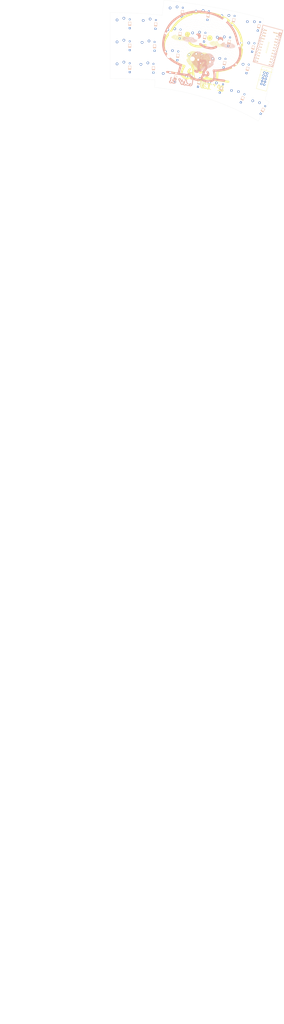
<source format=kicad_pcb>
(kicad_pcb (version 20171130) (host pcbnew 5.1.10)
  (layers (0 F.Cu signal) (31 B.Cu signal) (34 B.Paste user) (35 F.Paste user) (36 B.SilkS user) (37 F.SilkS user) (38 B.Mask user) (39 F.Mask user) (44 Edge.Cuts user))
  (net 0 "")
  (net 1 "Net-(diode1-Pad1)")
  (net 2 "Net-(diode1-Pad2)")
  (net 3 "Net-(diode2-Pad2)")
  (net 4 "Net-(diode3-Pad2)")
  (net 5 "Net-(diode4-Pad2)")
  (net 6 "Net-(diode5-Pad2)")
  (net 7 "Net-(diode6-Pad2)")
  (net 8 "Net-(diode10-Pad1)")
  (net 9 "Net-(diode7-Pad2)")
  (net 10 "Net-(diode8-Pad2)")
  (net 11 "Net-(diode9-Pad2)")
  (net 12 "Net-(diode10-Pad2)")
  (net 13 "Net-(diode11-Pad2)")
  (net 14 "Net-(diode12-Pad2)")
  (net 15 "Net-(diode13-Pad1)")
  (net 16 "Net-(diode13-Pad2)")
  (net 17 "Net-(diode14-Pad2)")
  (net 18 "Net-(diode15-Pad2)")
  (net 19 "Net-(diode16-Pad2)")
  (net 20 "Net-(diode17-Pad2)")
  (net 21 "Net-(diode18-Pad2)")
  (net 22 "Net-(diode19-Pad1)")
  (net 23 "Net-(diode19-Pad2)")
  (net 24 "Net-(diode20-Pad2)")
  (net 25 "Net-(diode21-Pad2)")
  (net 26 "Net-(diode22-Pad2)")
  (net 27 "Net-(diode23-Pad2)")
  (net 28 "Net-(switch1-Pad2)")
  (net 29 "Net-(switch14-Pad2)")
  (net 30 "Net-(switch15-Pad2)")
  (net 31 "Net-(switch10-Pad2)")
  (net 32 "Net-(switch11-Pad2)")
  (net 33 "Net-(switch12-Pad2)")
  (module footprints:baldy_luv_u (layer B.Cu) (at 80.1624 -46.1899 171)
    (fp_text reference HS1 hide)
    (fp_text value Heatsink hide)
  )
  (module footprints:baldy_luv_u (layer F.Cu) (at 80.1624 -46.0375 351)
    (fp_text reference HS1 hide)
    (fp_text value Heatsink hide)
  )
  (module footprints:connector-shrouded (layer F.Cu) (at 133.858 -19.05 345)
    (fp_text reference J1 (at 0 -8 165) (layer F.SilkS) (effects (font (size 0.6096 0.6096) (thickness 0.127))))
    (fp_text value Conn_02x05_Odd_Even (at 0 -7 165) (layer F.SilkS) (effects (font (size 0.6096 0.6096) (thickness 0.127))))
    (pad 10 thru_hole circle (at 1.27 5.08 345) (size 1.8796 1.8796) (drill 1.016) (layers *.Cu *.Mask))
    (pad 9 thru_hole circle (at -1.27 5.08 345) (size 1.8796 1.8796) (drill 1.016) (layers *.Cu *.Mask))
    (pad 8 thru_hole circle (at 1.27 2.54 345) (size 1.8796 1.8796) (drill 1.016) (layers *.Cu *.Mask))
    (pad 7 thru_hole circle (at -1.27 2.54 345) (size 1.8796 1.8796) (drill 1.016) (layers *.Cu *.Mask))
    (pad 6 thru_hole circle (at 1.27 0 345) (size 1.8796 1.8796) (drill 1.016) (layers *.Cu *.Mask))
    (pad 5 thru_hole circle (at -1.27 0 345) (size 1.8796 1.8796) (drill 1.016) (layers *.Cu *.Mask))
    (pad 4 thru_hole circle (at 1.27 -2.54 345) (size 1.8796 1.8796) (drill 1.016) (layers *.Cu *.Mask))
    (pad 3 thru_hole circle (at -1.27 -2.54 345) (size 1.8796 1.8796) (drill 1.016) (layers *.Cu *.Mask))
    (pad 2 thru_hole circle (at 1.27 -5.08 345) (size 1.8796 1.8796) (drill 1.016) (layers *.Cu *.Mask))
    (pad 1 thru_hole circle (at -1.27 -5.08 345) (size 1.8796 1.8796) (drill 1.016) (layers *.Cu *.Mask))
  )
  (module footprints:promicro (layer B.Cu) (at 136.666678 -46.034904 255)
    (fp_text reference U1 hide)
    (fp_text value promicro hide)
    (fp_text user JLCJLCJLCJLC (at 0 0 255) (layer F.SilkS))
    (fp_text user ST (at -8.91 5.04 345) (layer F.SilkS) (effects (font (size 0.8 0.8))))
    (fp_text user TX0/D3 (at -13.97 -3.571872 345) (layer B.SilkS) (effects (font (size 0.8 0.8)) (justify mirror)))
    (fp_text user TX0/D3 (at -13.97 -3.571872 345) (layer F.SilkS) (effects (font (size 0.8 0.8))))
    (fp_text user D2 (at -11.43 -5.461 345) (layer B.SilkS) (effects (font (size 0.8 0.8)) (justify mirror)))
    (fp_text user D0 (at -1.27 -5.461 345) (layer B.SilkS) (effects (font (size 0.8 0.8)) (justify mirror)))
    (fp_text user D1 (at -3.81 -5.461 345) (layer B.SilkS) (effects (font (size 0.8 0.8)) (justify mirror)))
    (fp_text user GND (at -6.35 -5.461 345) (layer B.SilkS) (effects (font (size 0.8 0.8)) (justify mirror)))
    (fp_text user GND (at -8.89 -5.461 345) (layer B.SilkS) (effects (font (size 0.8 0.8)) (justify mirror)))
    (fp_text user D4 (at 1.27 -5.461 345) (layer B.SilkS) (effects (font (size 0.8 0.8)) (justify mirror)))
    (fp_text user C6 (at 3.81 -5.460999 345) (layer B.SilkS) (effects (font (size 0.8 0.8)) (justify mirror)))
    (fp_text user D7 (at 6.35 -5.461 345) (layer B.SilkS) (effects (font (size 0.8 0.8)) (justify mirror)))
    (fp_text user E6 (at 8.89 -5.461 345) (layer B.SilkS) (effects (font (size 0.8 0.8)) (justify mirror)))
    (fp_text user B4 (at 11.43 -5.461 345) (layer B.SilkS) (effects (font (size 0.8 0.8)) (justify mirror)))
    (fp_text user B5 (at 13.97 -5.461 345) (layer B.SilkS) (effects (font (size 0.8 0.8)) (justify mirror)))
    (fp_text user B6 (at 13.97 5.461 345) (layer B.SilkS) (effects (font (size 0.8 0.8)) (justify mirror)))
    (fp_text user B2 (at 11.43 5.461 345) (layer F.SilkS) (effects (font (size 0.8 0.8))))
    (fp_text user B3 (at 8.89 5.461 345) (layer B.SilkS) (effects (font (size 0.8 0.8)) (justify mirror)))
    (fp_text user B1 (at 6.35 5.461 345) (layer B.SilkS) (effects (font (size 0.8 0.8)) (justify mirror)))
    (fp_text user F7 (at 3.81 5.461 345) (layer F.SilkS) (effects (font (size 0.8 0.8))))
    (fp_text user F6 (at 1.27 5.461 345) (layer F.SilkS) (effects (font (size 0.8 0.8))))
    (fp_text user F5 (at -1.27 5.461 345) (layer F.SilkS) (effects (font (size 0.8 0.8))))
    (fp_text user F4 (at -3.81 5.460999 345) (layer B.SilkS) (effects (font (size 0.8 0.8)) (justify mirror)))
    (fp_text user VCC (at -6.35 5.461 345) (layer B.SilkS) (effects (font (size 0.8 0.8)) (justify mirror)))
    (fp_text user ST (at -8.92 5.73312 345) (layer B.SilkS) (effects (font (size 0.8 0.8)) (justify mirror)))
    (fp_text user GND (at -11.43 5.461 345) (layer B.SilkS) (effects (font (size 0.8 0.8)) (justify mirror)))
    (fp_text user RAW (at -13.97 5.461 345) (layer B.SilkS) (effects (font (size 0.8 0.8)) (justify mirror)))
    (fp_text user RAW (at -13.97 5.461 345) (layer F.SilkS) (effects (font (size 0.8 0.8))))
    (fp_text user GND (at -11.43 5.461 345) (layer F.SilkS) (effects (font (size 0.8 0.8))))
    (fp_text user VCC (at -6.35 5.461 345) (layer F.SilkS) (effects (font (size 0.8 0.8))))
    (fp_text user F4 (at -3.81 5.460999 345) (layer F.SilkS) (effects (font (size 0.8 0.8))))
    (fp_text user F5 (at -1.27 5.461 345) (layer B.SilkS) (effects (font (size 0.8 0.8)) (justify mirror)))
    (fp_text user F6 (at 1.27 5.461 345) (layer B.SilkS) (effects (font (size 0.8 0.8)) (justify mirror)))
    (fp_text user F7 (at 3.81 5.461 345) (layer B.SilkS) (effects (font (size 0.8 0.8)) (justify mirror)))
    (fp_text user B1 (at 6.35 5.461 345) (layer F.SilkS) (effects (font (size 0.8 0.8))))
    (fp_text user B3 (at 8.89 5.461 345) (layer F.SilkS) (effects (font (size 0.8 0.8))))
    (fp_text user B2 (at 11.43 5.461 345) (layer B.SilkS) (effects (font (size 0.8 0.8)) (justify mirror)))
    (fp_text user B6 (at 13.97 5.461 345) (layer F.SilkS) (effects (font (size 0.8 0.8))))
    (fp_text user B5 (at 13.97 -5.461 345) (layer F.SilkS) (effects (font (size 0.8 0.8))))
    (fp_text user B4 (at 11.43 -5.461 345) (layer F.SilkS) (effects (font (size 0.8 0.8))))
    (fp_text user E6 (at 8.89 -5.461 345) (layer F.SilkS) (effects (font (size 0.8 0.8))))
    (fp_text user D7 (at 6.35 -5.461 345) (layer F.SilkS) (effects (font (size 0.8 0.8))))
    (fp_text user C6 (at 3.81 -5.460999 345) (layer F.SilkS) (effects (font (size 0.8 0.8))))
    (fp_text user D4 (at 1.27 -5.461 345) (layer F.SilkS) (effects (font (size 0.8 0.8))))
    (fp_text user GND (at -8.89 -5.461 345) (layer F.SilkS) (effects (font (size 0.8 0.8))))
    (fp_text user GND (at -6.35 -5.461 345) (layer F.SilkS) (effects (font (size 0.8 0.8))))
    (fp_text user D1 (at -3.81 -5.461 345) (layer F.SilkS) (effects (font (size 0.8 0.8))))
    (fp_text user D0 (at -1.27 -5.461 345) (layer F.SilkS) (effects (font (size 0.8 0.8))))
    (fp_text user D2 (at -11.43 -5.461 345) (layer F.SilkS) (effects (font (size 0.8 0.8))))
    (pad 24 thru_hole circle (at -13.97 7.62 255) (size 1.7526 1.7526) (drill 1.0922) (layers *.Cu *.SilkS *.Mask))
    (pad 12 thru_hole circle (at 13.97 -7.62 255) (size 1.7526 1.7526) (drill 1.0922) (layers *.Cu *.SilkS *.Mask))
    (pad 23 thru_hole circle (at -11.43 7.62 255) (size 1.7526 1.7526) (drill 1.0922) (layers *.Cu *.SilkS *.Mask))
    (pad 22 thru_hole circle (at -8.89 7.62 255) (size 1.7526 1.7526) (drill 1.0922) (layers *.Cu *.SilkS *.Mask))
    (pad 21 thru_hole circle (at -6.35 7.62 255) (size 1.7526 1.7526) (drill 1.0922) (layers *.Cu *.SilkS *.Mask))
    (pad 20 thru_hole circle (at -3.81 7.62 255) (size 1.7526 1.7526) (drill 1.0922) (layers *.Cu *.SilkS *.Mask))
    (pad 19 thru_hole circle (at -1.27 7.62 255) (size 1.7526 1.7526) (drill 1.0922) (layers *.Cu *.SilkS *.Mask))
    (pad 18 thru_hole circle (at 1.27 7.62 255) (size 1.7526 1.7526) (drill 1.0922) (layers *.Cu *.SilkS *.Mask))
    (pad 17 thru_hole circle (at 3.81 7.62 255) (size 1.7526 1.7526) (drill 1.0922) (layers *.Cu *.SilkS *.Mask))
    (pad 16 thru_hole circle (at 6.35 7.62 255) (size 1.7526 1.7526) (drill 1.0922) (layers *.Cu *.SilkS *.Mask))
    (pad 15 thru_hole circle (at 8.89 7.62 255) (size 1.7526 1.7526) (drill 1.0922) (layers *.Cu *.SilkS *.Mask))
    (pad 14 thru_hole circle (at 11.43 7.62 255) (size 1.7526 1.7526) (drill 1.0922) (layers *.Cu *.SilkS *.Mask))
    (pad 13 thru_hole circle (at 13.97 7.62 255) (size 1.7526 1.7526) (drill 1.0922) (layers *.Cu *.SilkS *.Mask))
    (pad 11 thru_hole circle (at 11.43 -7.62 255) (size 1.7526 1.7526) (drill 1.0922) (layers *.Cu *.SilkS *.Mask))
    (pad 10 thru_hole circle (at 8.89 -7.62 255) (size 1.7526 1.7526) (drill 1.0922) (layers *.Cu *.SilkS *.Mask))
    (pad 9 thru_hole circle (at 6.35 -7.62 255) (size 1.7526 1.7526) (drill 1.0922) (layers *.Cu *.SilkS *.Mask))
    (pad 8 thru_hole circle (at 3.81 -7.62 255) (size 1.7526 1.7526) (drill 1.0922) (layers *.Cu *.SilkS *.Mask))
    (pad 7 thru_hole circle (at 1.27 -7.62 255) (size 1.7526 1.7526) (drill 1.0922) (layers *.Cu *.SilkS *.Mask))
    (pad 6 thru_hole circle (at -1.27 -7.62 255) (size 1.7526 1.7526) (drill 1.0922) (layers *.Cu *.SilkS *.Mask))
    (pad 5 thru_hole circle (at -3.81 -7.62 255) (size 1.7526 1.7526) (drill 1.0922) (layers *.Cu *.SilkS *.Mask))
    (pad 4 thru_hole circle (at -6.35 -7.62 255) (size 1.7526 1.7526) (drill 1.0922) (layers *.Cu *.SilkS *.Mask))
    (pad 3 thru_hole circle (at -8.89 -7.62 255) (size 1.7526 1.7526) (drill 1.0922) (layers *.Cu *.SilkS *.Mask))
    (pad 2 thru_hole circle (at -11.43 -7.62 255) (size 1.7526 1.7526) (drill 1.0922) (layers *.Cu *.SilkS *.Mask))
    (pad 1 thru_hole rect (at -13.97 -7.62 255) (size 1.7526 1.7526) (drill 1.0922) (layers *.Cu *.SilkS *.Mask))
  )
  (module footprints:diode (layer F.Cu) (at 129.21718 -64.435791 345)
    (fp_text reference diode6 hide)
    (fp_text value diode hide)
    (pad 1 thru_hole rect (at 0 3.81 255) (size 1.651 1.651) (drill 0.9906) (layers *.Cu *.Mask) (net 1 "Net-(diode1-Pad1)"))
    (pad 2 thru_hole circle (at 0 -3.81 255) (size 1.651 1.651) (drill 0.9906) (layers *.Cu *.Mask) (net 7 "Net-(diode6-Pad2)"))
  )
  (module footprints:diode (layer F.Cu) (at 62.807416 -76.744114 354)
    (fp_text reference diode3 hide)
    (fp_text value diode hide)
    (pad 1 thru_hole rect (at 0 3.81 264) (size 1.651 1.651) (drill 0.9906) (layers *.Cu *.Mask) (net 1 "Net-(diode1-Pad1)"))
    (pad 2 thru_hole circle (at 0 -3.81 264) (size 1.651 1.651) (drill 0.9906) (layers *.Cu *.Mask) (net 4 "Net-(diode3-Pad2)"))
  )
  (module footprints:diode (layer F.Cu) (at 119.356175 -27.5463 345)
    (fp_text reference diode18 hide)
    (fp_text value diode hide)
    (pad 1 thru_hole rect (at 0 3.81 255) (size 1.651 1.651) (drill 0.9906) (layers *.Cu *.Mask) (net 15 "Net-(diode13-Pad1)"))
    (pad 2 thru_hole circle (at 0 -3.81 255) (size 1.651 1.651) (drill 0.9906) (layers *.Cu *.Mask) (net 21 "Net-(diode18-Pad2)"))
  )
  (module footprints:diode (layer F.Cu) (at 77.1652 -15.6972 348)
    (fp_text reference diode20 hide)
    (fp_text value diode hide)
    (pad 1 thru_hole rect (at 0 3.81 258) (size 1.651 1.651) (drill 0.9906) (layers *.Cu *.Mask) (net 22 "Net-(diode19-Pad1)"))
    (pad 2 thru_hole circle (at 0 -3.81 258) (size 1.651 1.651) (drill 0.9906) (layers *.Cu *.Mask) (net 24 "Net-(diode20-Pad2)"))
  )
  (module footprints:diode (layer F.Cu) (at 96.6724 -10.5156 339)
    (fp_text reference diode21 hide)
    (fp_text value diode hide)
    (pad 1 thru_hole rect (at 0 3.81 249) (size 1.651 1.651) (drill 0.9906) (layers *.Cu *.Mask) (net 22 "Net-(diode19-Pad1)"))
    (pad 2 thru_hole circle (at 0 -3.81 249) (size 1.651 1.651) (drill 0.9906) (layers *.Cu *.Mask) (net 25 "Net-(diode21-Pad2)"))
  )
  (module footprints:diode (layer F.Cu) (at 99.384197 -32.428865 348)
    (fp_text reference diode17 hide)
    (fp_text value diode hide)
    (pad 1 thru_hole rect (at 0 3.81 258) (size 1.651 1.651) (drill 0.9906) (layers *.Cu *.Mask) (net 15 "Net-(diode13-Pad1)"))
    (pad 2 thru_hole circle (at 0 -3.81 258) (size 1.651 1.651) (drill 0.9906) (layers *.Cu *.Mask) (net 20 "Net-(diode17-Pad2)"))
  )
  (module footprints:diode (layer F.Cu) (at 56.833615 -19.907187 354)
    (fp_text reference diode19 hide)
    (fp_text value diode hide)
    (pad 1 thru_hole rect (at 0 3.81 264) (size 1.651 1.651) (drill 0.9906) (layers *.Cu *.Mask) (net 22 "Net-(diode19-Pad1)"))
    (pad 2 thru_hole circle (at 0 -3.81 264) (size 1.651 1.651) (drill 0.9906) (layers *.Cu *.Mask) (net 23 "Net-(diode19-Pad2)"))
  )
  (module footprints:diode (layer F.Cu) (at 107.305633 -69.696288 348)
    (fp_text reference diode5 hide)
    (fp_text value diode hide)
    (pad 1 thru_hole rect (at 0 3.81 258) (size 1.651 1.651) (drill 0.9906) (layers *.Cu *.Mask) (net 1 "Net-(diode1-Pad1)"))
    (pad 2 thru_hole circle (at 0 -3.81 258) (size 1.651 1.651) (drill 0.9906) (layers *.Cu *.Mask) (net 6 "Net-(diode5-Pad2)"))
  )
  (module footprints:diode (layer F.Cu) (at 17.145 -28.575)
    (fp_text reference diode13 hide)
    (fp_text value diode hide)
    (pad 1 thru_hole rect (at 0 3.81 270) (size 1.651 1.651) (drill 0.9906) (layers *.Cu *.Mask) (net 15 "Net-(diode13-Pad1)"))
    (pad 2 thru_hole circle (at 0 -3.81 270) (size 1.651 1.651) (drill 0.9906) (layers *.Cu *.Mask) (net 16 "Net-(diode13-Pad2)"))
  )
  (module footprints:diode (layer F.Cu) (at 17.145 -47.625)
    (fp_text reference diode7 hide)
    (fp_text value diode hide)
    (pad 1 thru_hole rect (at 0 3.81 270) (size 1.651 1.651) (drill 0.9906) (layers *.Cu *.Mask) (net 8 "Net-(diode10-Pad1)"))
    (pad 2 thru_hole circle (at 0 -3.81 270) (size 1.651 1.651) (drill 0.9906) (layers *.Cu *.Mask) (net 9 "Net-(diode7-Pad2)"))
  )
  (module footprints:diode (layer F.Cu) (at 60.816149 -57.798472 354)
    (fp_text reference diode9 hide)
    (fp_text value diode hide)
    (pad 1 thru_hole rect (at 0 3.81 264) (size 1.651 1.651) (drill 0.9906) (layers *.Cu *.Mask) (net 8 "Net-(diode10-Pad1)"))
    (pad 2 thru_hole circle (at 0 -3.81 264) (size 1.651 1.651) (drill 0.9906) (layers *.Cu *.Mask) (net 11 "Net-(diode9-Pad2)"))
  )
  (module footprints:diode (layer F.Cu) (at 17.145 -66.675)
    (fp_text reference diode1 hide)
    (fp_text value diode hide)
    (pad 1 thru_hole rect (at 0 3.81 270) (size 1.651 1.651) (drill 0.9906) (layers *.Cu *.Mask) (net 1 "Net-(diode1-Pad1)"))
    (pad 2 thru_hole circle (at 0 -3.81 270) (size 1.651 1.651) (drill 0.9906) (layers *.Cu *.Mask) (net 2 "Net-(diode1-Pad2)"))
  )
  (module footprints:diode (layer F.Cu) (at 37.677446 -28.037339)
    (fp_text reference diode14 hide)
    (fp_text value diode hide)
    (pad 1 thru_hole rect (at 0 3.81 270) (size 1.651 1.651) (drill 0.9906) (layers *.Cu *.Mask) (net 15 "Net-(diode13-Pad1)"))
    (pad 2 thru_hole circle (at 0 -3.81 270) (size 1.651 1.651) (drill 0.9906) (layers *.Cu *.Mask) (net 17 "Net-(diode14-Pad2)"))
  )
  (module footprints:diode (layer F.Cu) (at 124.286678 -46.034904 345)
    (fp_text reference diode12 hide)
    (fp_text value diode hide)
    (pad 1 thru_hole rect (at 0 3.81 255) (size 1.651 1.651) (drill 0.9906) (layers *.Cu *.Mask) (net 8 "Net-(diode10-Pad1)"))
    (pad 2 thru_hole circle (at 0 -3.81 255) (size 1.651 1.651) (drill 0.9906) (layers *.Cu *.Mask) (net 14 "Net-(diode12-Pad2)"))
  )
  (module footprints:diode (layer F.Cu) (at 58.824882 -38.85283 354)
    (fp_text reference diode15 hide)
    (fp_text value diode hide)
    (pad 1 thru_hole rect (at 0 3.81 264) (size 1.651 1.651) (drill 0.9906) (layers *.Cu *.Mask) (net 15 "Net-(diode13-Pad1)"))
    (pad 2 thru_hole circle (at 0 -3.81 264) (size 1.651 1.651) (drill 0.9906) (layers *.Cu *.Mask) (net 18 "Net-(diode15-Pad2)"))
  )
  (module footprints:diode (layer F.Cu) (at 115.062 -1.9812 336)
    (fp_text reference diode22 hide)
    (fp_text value diode hide)
    (pad 1 thru_hole rect (at 0 3.81 246) (size 1.651 1.651) (drill 0.9906) (layers *.Cu *.Mask) (net 22 "Net-(diode19-Pad1)"))
    (pad 2 thru_hole circle (at 0 -3.81 246) (size 1.651 1.651) (drill 0.9906) (layers *.Cu *.Mask) (net 26 "Net-(diode22-Pad2)"))
  )
  (module footprints:diode (layer F.Cu) (at 82.168725 -54.987352 351)
    (fp_text reference diode10 hide)
    (fp_text value diode hide)
    (pad 1 thru_hole rect (at 0 3.81 261) (size 1.651 1.651) (drill 0.9906) (layers *.Cu *.Mask) (net 8 "Net-(diode10-Pad1)"))
    (pad 2 thru_hole circle (at 0 -3.81 261) (size 1.651 1.651) (drill 0.9906) (layers *.Cu *.Mask) (net 12 "Net-(diode10-Pad2)"))
  )
  (module footprints:diode (layer F.Cu) (at 79.188648 -36.171889 351)
    (fp_text reference diode16 hide)
    (fp_text value diode hide)
    (pad 1 thru_hole rect (at 0 3.81 261) (size 1.651 1.651) (drill 0.9906) (layers *.Cu *.Mask) (net 15 "Net-(diode13-Pad1)"))
    (pad 2 thru_hole circle (at 0 -3.81 261) (size 1.651 1.651) (drill 0.9906) (layers *.Cu *.Mask) (net 19 "Net-(diode16-Pad2)"))
  )
  (module footprints:diode (layer F.Cu) (at 38.674446 -47.061232)
    (fp_text reference diode8 hide)
    (fp_text value diode hide)
    (pad 1 thru_hole rect (at 0 3.81 270) (size 1.651 1.651) (drill 0.9906) (layers *.Cu *.Mask) (net 8 "Net-(diode10-Pad1)"))
    (pad 2 thru_hole circle (at 0 -3.81 270) (size 1.651 1.651) (drill 0.9906) (layers *.Cu *.Mask) (net 10 "Net-(diode8-Pad2)"))
  )
  (module footprints:diode (layer F.Cu) (at 132.6388 8.128 330)
    (fp_text reference diode23 hide)
    (fp_text value diode hide)
    (pad 1 thru_hole rect (at 0 3.81 240) (size 1.651 1.651) (drill 0.9906) (layers *.Cu *.Mask) (net 22 "Net-(diode19-Pad1)"))
    (pad 2 thru_hole circle (at 0 -3.81 240) (size 1.651 1.651) (drill 0.9906) (layers *.Cu *.Mask) (net 27 "Net-(diode23-Pad2)"))
  )
  (module footprints:diode (layer F.Cu) (at 103.344915 -51.062577 348)
    (fp_text reference diode11 hide)
    (fp_text value diode hide)
    (pad 1 thru_hole rect (at 0 3.81 258) (size 1.651 1.651) (drill 0.9906) (layers *.Cu *.Mask) (net 8 "Net-(diode10-Pad1)"))
    (pad 2 thru_hole circle (at 0 -3.81 258) (size 1.651 1.651) (drill 0.9906) (layers *.Cu *.Mask) (net 13 "Net-(diode11-Pad2)"))
  )
  (module footprints:diode (layer F.Cu) (at 39.671446 -66.085124 357)
    (fp_text reference diode2 hide)
    (fp_text value diode hide)
    (pad 1 thru_hole rect (at 0 3.81 267) (size 1.651 1.651) (drill 0.9906) (layers *.Cu *.Mask) (net 1 "Net-(diode1-Pad1)"))
    (pad 2 thru_hole circle (at 0 -3.81 267) (size 1.651 1.651) (drill 0.9906) (layers *.Cu *.Mask) (net 3 "Net-(diode2-Pad2)"))
  )
  (module footprints:100-minimal (layer F.Cu) (at 125.1712 4.7244 330)
    (fp_text reference switch23 hide)
    (fp_text value switch hide)
    (pad 2 thru_hole circle (at 2.52 -4.79 330) (size 2.2 2.2) (drill 1.5) (layers *.Cu *.Mask) (net 33 "Net-(switch12-Pad2)"))
    (pad 1 thru_hole circle (at -3.405 -3.27 359) (size 2.2 2.2) (drill 1.5) (layers *.Cu *.Mask) (net 27 "Net-(diode23-Pad2)"))
    (pad HOLE np_thru_hole circle (at 5.08 0 330) (size 1.8 1.8) (drill 1.8) (layers *.Cu *.Mask))
    (pad HOLE np_thru_hole circle (at -5.08 0 330) (size 1.8 1.8) (drill 1.8) (layers *.Cu *.Mask))
    (pad HOLE np_thru_hole circle (at 0 0 330) (size 3.9878 3.9878) (drill 3.9878) (layers *.Cu *.Mask))
  )
  (module footprints:100-minimal (layer F.Cu) (at 107.188 -4.4196 336)
    (fp_text reference switch22 hide)
    (fp_text value switch hide)
    (pad 2 thru_hole circle (at 2.52 -4.79 336) (size 2.2 2.2) (drill 1.5) (layers *.Cu *.Mask) (net 32 "Net-(switch11-Pad2)"))
    (pad 1 thru_hole circle (at -3.405 -3.27 5) (size 2.2 2.2) (drill 1.5) (layers *.Cu *.Mask) (net 26 "Net-(diode22-Pad2)"))
    (pad HOLE np_thru_hole circle (at 5.08 0 336) (size 1.8 1.8) (drill 1.8) (layers *.Cu *.Mask))
    (pad HOLE np_thru_hole circle (at -5.08 0 336) (size 1.8 1.8) (drill 1.8) (layers *.Cu *.Mask))
    (pad HOLE np_thru_hole circle (at 0 0 336) (size 3.9878 3.9878) (drill 3.9878) (layers *.Cu *.Mask))
  )
  (module footprints:100-minimal (layer F.Cu) (at 88.392 -11.5824 342)
    (fp_text reference switch21 hide)
    (fp_text value switch hide)
    (pad 2 thru_hole circle (at 2.52 -4.79 342) (size 2.2 2.2) (drill 1.5) (layers *.Cu *.Mask) (net 31 "Net-(switch10-Pad2)"))
    (pad 1 thru_hole circle (at -3.405 -3.27 11) (size 2.2 2.2) (drill 1.5) (layers *.Cu *.Mask) (net 25 "Net-(diode21-Pad2)"))
    (pad HOLE np_thru_hole circle (at 5.08 0 342) (size 1.8 1.8) (drill 1.8) (layers *.Cu *.Mask))
    (pad HOLE np_thru_hole circle (at -5.08 0 342) (size 1.8 1.8) (drill 1.8) (layers *.Cu *.Mask))
    (pad HOLE np_thru_hole circle (at 0 0 342) (size 3.9878 3.9878) (drill 3.9878) (layers *.Cu *.Mask))
  )
  (module footprints:100-minimal (layer F.Cu) (at 68.9991 -16.7894 348)
    (fp_text reference switch20 hide)
    (fp_text value switch hide)
    (pad 2 thru_hole circle (at 2.52 -4.79 348) (size 2.2 2.2) (drill 1.5) (layers *.Cu *.Mask) (net 30 "Net-(switch15-Pad2)"))
    (pad 1 thru_hole circle (at -3.405 -3.27 17) (size 2.2 2.2) (drill 1.5) (layers *.Cu *.Mask) (net 24 "Net-(diode20-Pad2)"))
    (pad HOLE np_thru_hole circle (at 5.08 0 348) (size 1.8 1.8) (drill 1.8) (layers *.Cu *.Mask))
    (pad HOLE np_thru_hole circle (at -5.08 0 348) (size 1.8 1.8) (drill 1.8) (layers *.Cu *.Mask))
    (pad HOLE np_thru_hole circle (at 0 0 348) (size 3.9878 3.9878) (drill 3.9878) (layers *.Cu *.Mask))
  )
  (module footprints:100-minimal (layer F.Cu) (at 49.213615 -19.907187 354)
    (fp_text reference switch19 hide)
    (fp_text value switch hide)
    (pad 2 thru_hole circle (at 2.52 -4.79 354) (size 2.2 2.2) (drill 1.5) (layers *.Cu *.Mask) (net 29 "Net-(switch14-Pad2)"))
    (pad 1 thru_hole circle (at -3.405 -3.27 23) (size 2.2 2.2) (drill 1.5) (layers *.Cu *.Mask) (net 23 "Net-(diode19-Pad2)"))
    (pad HOLE np_thru_hole circle (at 5.08 0 354) (size 1.8 1.8) (drill 1.8) (layers *.Cu *.Mask))
    (pad HOLE np_thru_hole circle (at -5.08 0 354) (size 1.8 1.8) (drill 1.8) (layers *.Cu *.Mask))
    (pad HOLE np_thru_hole circle (at 0 0 354) (size 3.9878 3.9878) (drill 3.9878) (layers *.Cu *.Mask))
  )
  (module footprints:100-minimal (layer F.Cu) (at 111.736175 -27.5463 345)
    (fp_text reference switch18 hide)
    (fp_text value switch hide)
    (pad 2 thru_hole circle (at 2.52 -4.79 345) (size 2.2 2.2) (drill 1.5) (layers *.Cu *.Mask) (net 33 "Net-(switch12-Pad2)"))
    (pad 1 thru_hole circle (at -3.405 -3.27 14) (size 2.2 2.2) (drill 1.5) (layers *.Cu *.Mask) (net 21 "Net-(diode18-Pad2)"))
    (pad HOLE np_thru_hole circle (at 5.08 0 345) (size 1.8 1.8) (drill 1.8) (layers *.Cu *.Mask))
    (pad HOLE np_thru_hole circle (at -5.08 0 345) (size 1.8 1.8) (drill 1.8) (layers *.Cu *.Mask))
    (pad HOLE np_thru_hole circle (at 0 0 345) (size 3.9878 3.9878) (drill 3.9878) (layers *.Cu *.Mask))
  )
  (module footprints:100-minimal (layer F.Cu) (at 91.764197 -32.428865 348)
    (fp_text reference switch17 hide)
    (fp_text value switch hide)
    (pad 2 thru_hole circle (at 2.52 -4.79 348) (size 2.2 2.2) (drill 1.5) (layers *.Cu *.Mask) (net 32 "Net-(switch11-Pad2)"))
    (pad 1 thru_hole circle (at -3.405 -3.27 17) (size 2.2 2.2) (drill 1.5) (layers *.Cu *.Mask) (net 20 "Net-(diode17-Pad2)"))
    (pad HOLE np_thru_hole circle (at 5.08 0 348) (size 1.8 1.8) (drill 1.8) (layers *.Cu *.Mask))
    (pad HOLE np_thru_hole circle (at -5.08 0 348) (size 1.8 1.8) (drill 1.8) (layers *.Cu *.Mask))
    (pad HOLE np_thru_hole circle (at 0 0 348) (size 3.9878 3.9878) (drill 3.9878) (layers *.Cu *.Mask))
  )
  (module footprints:100-minimal (layer F.Cu) (at 71.568648 -36.171889 351)
    (fp_text reference switch16 hide)
    (fp_text value switch hide)
    (pad 2 thru_hole circle (at 2.52 -4.79 351) (size 2.2 2.2) (drill 1.5) (layers *.Cu *.Mask) (net 31 "Net-(switch10-Pad2)"))
    (pad 1 thru_hole circle (at -3.405 -3.27 20) (size 2.2 2.2) (drill 1.5) (layers *.Cu *.Mask) (net 19 "Net-(diode16-Pad2)"))
    (pad HOLE np_thru_hole circle (at 5.08 0 351) (size 1.8 1.8) (drill 1.8) (layers *.Cu *.Mask))
    (pad HOLE np_thru_hole circle (at -5.08 0 351) (size 1.8 1.8) (drill 1.8) (layers *.Cu *.Mask))
    (pad HOLE np_thru_hole circle (at 0 0 351) (size 3.9878 3.9878) (drill 3.9878) (layers *.Cu *.Mask))
  )
  (module footprints:100-minimal (layer F.Cu) (at 51.204882 -38.85283 354)
    (fp_text reference switch15 hide)
    (fp_text value switch hide)
    (pad 2 thru_hole circle (at 2.52 -4.79 354) (size 2.2 2.2) (drill 1.5) (layers *.Cu *.Mask) (net 30 "Net-(switch15-Pad2)"))
    (pad 1 thru_hole circle (at -3.405 -3.27 23) (size 2.2 2.2) (drill 1.5) (layers *.Cu *.Mask) (net 18 "Net-(diode15-Pad2)"))
    (pad HOLE np_thru_hole circle (at 5.08 0 354) (size 1.8 1.8) (drill 1.8) (layers *.Cu *.Mask))
    (pad HOLE np_thru_hole circle (at -5.08 0 354) (size 1.8 1.8) (drill 1.8) (layers *.Cu *.Mask))
    (pad HOLE np_thru_hole circle (at 0 0 354) (size 3.9878 3.9878) (drill 3.9878) (layers *.Cu *.Mask))
  )
  (module footprints:100-minimal (layer F.Cu) (at 30.057446 -28.037339 357)
    (fp_text reference switch14 hide)
    (fp_text value switch hide)
    (pad 2 thru_hole circle (at 2.52 -4.79 357) (size 2.2 2.2) (drill 1.5) (layers *.Cu *.Mask) (net 29 "Net-(switch14-Pad2)"))
    (pad 1 thru_hole circle (at -3.405 -3.27 26) (size 2.2 2.2) (drill 1.5) (layers *.Cu *.Mask) (net 17 "Net-(diode14-Pad2)"))
    (pad HOLE np_thru_hole circle (at 5.08 0 357) (size 1.8 1.8) (drill 1.8) (layers *.Cu *.Mask))
    (pad HOLE np_thru_hole circle (at -5.08 0 357) (size 1.8 1.8) (drill 1.8) (layers *.Cu *.Mask))
    (pad HOLE np_thru_hole circle (at 0 0 357) (size 3.9878 3.9878) (drill 3.9878) (layers *.Cu *.Mask))
  )
  (module footprints:100-minimal (layer F.Cu) (at 9.525 -28.575)
    (fp_text reference switch13 hide)
    (fp_text value switch hide)
    (pad 2 thru_hole circle (at 2.52 -4.79) (size 2.2 2.2) (drill 1.5) (layers *.Cu *.Mask) (net 28 "Net-(switch1-Pad2)"))
    (pad 1 thru_hole circle (at -3.405 -3.27 29) (size 2.2 2.2) (drill 1.5) (layers *.Cu *.Mask) (net 16 "Net-(diode13-Pad2)"))
    (pad HOLE np_thru_hole circle (at 5.08 0) (size 1.8 1.8) (drill 1.8) (layers *.Cu *.Mask))
    (pad HOLE np_thru_hole circle (at -5.08 0) (size 1.8 1.8) (drill 1.8) (layers *.Cu *.Mask))
    (pad HOLE np_thru_hole circle (at 0 0) (size 3.9878 3.9878) (drill 3.9878) (layers *.Cu *.Mask))
  )
  (module footprints:100-minimal (layer F.Cu) (at 116.666678 -46.034904 345)
    (fp_text reference switch12 hide)
    (fp_text value switch hide)
    (pad 2 thru_hole circle (at 2.52 -4.79 345) (size 2.2 2.2) (drill 1.5) (layers *.Cu *.Mask) (net 33 "Net-(switch12-Pad2)"))
    (pad 1 thru_hole circle (at -3.405 -3.27 14) (size 2.2 2.2) (drill 1.5) (layers *.Cu *.Mask) (net 14 "Net-(diode12-Pad2)"))
    (pad HOLE np_thru_hole circle (at 5.08 0 345) (size 1.8 1.8) (drill 1.8) (layers *.Cu *.Mask))
    (pad HOLE np_thru_hole circle (at -5.08 0 345) (size 1.8 1.8) (drill 1.8) (layers *.Cu *.Mask))
    (pad HOLE np_thru_hole circle (at 0 0 345) (size 3.9878 3.9878) (drill 3.9878) (layers *.Cu *.Mask))
  )
  (module footprints:100-minimal (layer F.Cu) (at 95.724915 -51.062577 348)
    (fp_text reference switch11 hide)
    (fp_text value switch hide)
    (pad 2 thru_hole circle (at 2.52 -4.79 348) (size 2.2 2.2) (drill 1.5) (layers *.Cu *.Mask) (net 32 "Net-(switch11-Pad2)"))
    (pad 1 thru_hole circle (at -3.405 -3.27 17) (size 2.2 2.2) (drill 1.5) (layers *.Cu *.Mask) (net 13 "Net-(diode11-Pad2)"))
    (pad HOLE np_thru_hole circle (at 5.08 0 348) (size 1.8 1.8) (drill 1.8) (layers *.Cu *.Mask))
    (pad HOLE np_thru_hole circle (at -5.08 0 348) (size 1.8 1.8) (drill 1.8) (layers *.Cu *.Mask))
    (pad HOLE np_thru_hole circle (at 0 0 348) (size 3.9878 3.9878) (drill 3.9878) (layers *.Cu *.Mask))
  )
  (module footprints:100-minimal (layer F.Cu) (at 74.548725 -54.987352 351)
    (fp_text reference switch10 hide)
    (fp_text value switch hide)
    (pad 2 thru_hole circle (at 2.52 -4.79 351) (size 2.2 2.2) (drill 1.5) (layers *.Cu *.Mask) (net 31 "Net-(switch10-Pad2)"))
    (pad 1 thru_hole circle (at -3.405 -3.27 20) (size 2.2 2.2) (drill 1.5) (layers *.Cu *.Mask) (net 12 "Net-(diode10-Pad2)"))
    (pad HOLE np_thru_hole circle (at 5.08 0 351) (size 1.8 1.8) (drill 1.8) (layers *.Cu *.Mask))
    (pad HOLE np_thru_hole circle (at -5.08 0 351) (size 1.8 1.8) (drill 1.8) (layers *.Cu *.Mask))
    (pad HOLE np_thru_hole circle (at 0 0 351) (size 3.9878 3.9878) (drill 3.9878) (layers *.Cu *.Mask))
  )
  (module footprints:100-minimal (layer F.Cu) (at 53.196149 -57.798472 354)
    (fp_text reference switch9 hide)
    (fp_text value switch hide)
    (pad 2 thru_hole circle (at 2.52 -4.79 354) (size 2.2 2.2) (drill 1.5) (layers *.Cu *.Mask) (net 30 "Net-(switch15-Pad2)"))
    (pad 1 thru_hole circle (at -3.405 -3.27 23) (size 2.2 2.2) (drill 1.5) (layers *.Cu *.Mask) (net 11 "Net-(diode9-Pad2)"))
    (pad HOLE np_thru_hole circle (at 5.08 0 354) (size 1.8 1.8) (drill 1.8) (layers *.Cu *.Mask))
    (pad HOLE np_thru_hole circle (at -5.08 0 354) (size 1.8 1.8) (drill 1.8) (layers *.Cu *.Mask))
    (pad HOLE np_thru_hole circle (at 0 0 354) (size 3.9878 3.9878) (drill 3.9878) (layers *.Cu *.Mask))
  )
  (module footprints:100-minimal (layer F.Cu) (at 31.054446 -47.061232 357)
    (fp_text reference switch8 hide)
    (fp_text value switch hide)
    (pad 2 thru_hole circle (at 2.52 -4.79 357) (size 2.2 2.2) (drill 1.5) (layers *.Cu *.Mask) (net 29 "Net-(switch14-Pad2)"))
    (pad 1 thru_hole circle (at -3.405 -3.27 26) (size 2.2 2.2) (drill 1.5) (layers *.Cu *.Mask) (net 10 "Net-(diode8-Pad2)"))
    (pad HOLE np_thru_hole circle (at 5.08 0 357) (size 1.8 1.8) (drill 1.8) (layers *.Cu *.Mask))
    (pad HOLE np_thru_hole circle (at -5.08 0 357) (size 1.8 1.8) (drill 1.8) (layers *.Cu *.Mask))
    (pad HOLE np_thru_hole circle (at 0 0 357) (size 3.9878 3.9878) (drill 3.9878) (layers *.Cu *.Mask))
  )
  (module footprints:100-minimal (layer F.Cu) (at 9.525 -47.625)
    (fp_text reference switch7 hide)
    (fp_text value switch hide)
    (pad 2 thru_hole circle (at 2.52 -4.79) (size 2.2 2.2) (drill 1.5) (layers *.Cu *.Mask) (net 28 "Net-(switch1-Pad2)"))
    (pad 1 thru_hole circle (at -3.405 -3.27 29) (size 2.2 2.2) (drill 1.5) (layers *.Cu *.Mask) (net 9 "Net-(diode7-Pad2)"))
    (pad HOLE np_thru_hole circle (at 5.08 0) (size 1.8 1.8) (drill 1.8) (layers *.Cu *.Mask))
    (pad HOLE np_thru_hole circle (at -5.08 0) (size 1.8 1.8) (drill 1.8) (layers *.Cu *.Mask))
    (pad HOLE np_thru_hole circle (at 0 0) (size 3.9878 3.9878) (drill 3.9878) (layers *.Cu *.Mask))
  )
  (module footprints:100-minimal (layer F.Cu) (at 121.59718 -64.435791 345)
    (fp_text reference switch6 hide)
    (fp_text value switch hide)
    (pad 2 thru_hole circle (at 2.52 -4.79 345) (size 2.2 2.2) (drill 1.5) (layers *.Cu *.Mask) (net 33 "Net-(switch12-Pad2)"))
    (pad 1 thru_hole circle (at -3.405 -3.27 14) (size 2.2 2.2) (drill 1.5) (layers *.Cu *.Mask) (net 7 "Net-(diode6-Pad2)"))
    (pad HOLE np_thru_hole circle (at 5.08 0 345) (size 1.8 1.8) (drill 1.8) (layers *.Cu *.Mask))
    (pad HOLE np_thru_hole circle (at -5.08 0 345) (size 1.8 1.8) (drill 1.8) (layers *.Cu *.Mask))
    (pad HOLE np_thru_hole circle (at 0 0 345) (size 3.9878 3.9878) (drill 3.9878) (layers *.Cu *.Mask))
  )
  (module footprints:100-minimal (layer F.Cu) (at 99.685633 -69.696288 348)
    (fp_text reference switch5 hide)
    (fp_text value switch hide)
    (pad 2 thru_hole circle (at 2.52 -4.79 348) (size 2.2 2.2) (drill 1.5) (layers *.Cu *.Mask) (net 32 "Net-(switch11-Pad2)"))
    (pad 1 thru_hole circle (at -3.405 -3.27 17) (size 2.2 2.2) (drill 1.5) (layers *.Cu *.Mask) (net 6 "Net-(diode5-Pad2)"))
    (pad HOLE np_thru_hole circle (at 5.08 0 348) (size 1.8 1.8) (drill 1.8) (layers *.Cu *.Mask))
    (pad HOLE np_thru_hole circle (at -5.08 0 348) (size 1.8 1.8) (drill 1.8) (layers *.Cu *.Mask))
    (pad HOLE np_thru_hole circle (at 0 0 348) (size 3.9878 3.9878) (drill 3.9878) (layers *.Cu *.Mask))
  )
  (module footprints:100-minimal (layer F.Cu) (at 77.528801 -73.802815 351)
    (fp_text reference switch4 hide)
    (fp_text value switch hide)
    (pad 2 thru_hole circle (at 2.52 -4.79 351) (size 2.2 2.2) (drill 1.5) (layers *.Cu *.Mask) (net 31 "Net-(switch10-Pad2)"))
    (pad 1 thru_hole circle (at -3.405 -3.27 20) (size 2.2 2.2) (drill 1.5) (layers *.Cu *.Mask) (net 5 "Net-(diode4-Pad2)"))
    (pad HOLE np_thru_hole circle (at 5.08 0 351) (size 1.8 1.8) (drill 1.8) (layers *.Cu *.Mask))
    (pad HOLE np_thru_hole circle (at -5.08 0 351) (size 1.8 1.8) (drill 1.8) (layers *.Cu *.Mask))
    (pad HOLE np_thru_hole circle (at 0 0 351) (size 3.9878 3.9878) (drill 3.9878) (layers *.Cu *.Mask))
  )
  (module footprints:100-minimal (layer F.Cu) (at 55.187416 -76.744114 354)
    (fp_text reference switch3 hide)
    (fp_text value switch hide)
    (pad 2 thru_hole circle (at 2.52 -4.79 354) (size 2.2 2.2) (drill 1.5) (layers *.Cu *.Mask) (net 30 "Net-(switch15-Pad2)"))
    (pad 1 thru_hole circle (at -3.405 -3.27 23) (size 2.2 2.2) (drill 1.5) (layers *.Cu *.Mask) (net 4 "Net-(diode3-Pad2)"))
    (pad HOLE np_thru_hole circle (at 5.08 0 354) (size 1.8 1.8) (drill 1.8) (layers *.Cu *.Mask))
    (pad HOLE np_thru_hole circle (at -5.08 0 354) (size 1.8 1.8) (drill 1.8) (layers *.Cu *.Mask))
    (pad HOLE np_thru_hole circle (at 0 0 354) (size 3.9878 3.9878) (drill 3.9878) (layers *.Cu *.Mask))
  )
  (module footprints:100-minimal (layer F.Cu) (at 32.051446 -66.085124 357)
    (fp_text reference switch2 hide)
    (fp_text value switch hide)
    (pad 2 thru_hole circle (at 2.52 -4.79 357) (size 2.2 2.2) (drill 1.5) (layers *.Cu *.Mask) (net 29 "Net-(switch14-Pad2)"))
    (pad 1 thru_hole circle (at -3.405 -3.27 26) (size 2.2 2.2) (drill 1.5) (layers *.Cu *.Mask) (net 3 "Net-(diode2-Pad2)"))
    (pad HOLE np_thru_hole circle (at 5.08 0 357) (size 1.8 1.8) (drill 1.8) (layers *.Cu *.Mask))
    (pad HOLE np_thru_hole circle (at -5.08 0 357) (size 1.8 1.8) (drill 1.8) (layers *.Cu *.Mask))
    (pad HOLE np_thru_hole circle (at 0 0 357) (size 3.9878 3.9878) (drill 3.9878) (layers *.Cu *.Mask))
  )
  (module footprints:100-minimal (layer F.Cu) (at 9.525 -66.675)
    (fp_text reference switch1 hide)
    (fp_text value switch hide)
    (pad 2 thru_hole circle (at 2.52 -4.79) (size 2.2 2.2) (drill 1.5) (layers *.Cu *.Mask) (net 28 "Net-(switch1-Pad2)"))
    (pad 1 thru_hole circle (at -3.405 -3.27 29) (size 2.2 2.2) (drill 1.5) (layers *.Cu *.Mask) (net 2 "Net-(diode1-Pad2)"))
    (pad HOLE np_thru_hole circle (at 5.08 0) (size 1.8 1.8) (drill 1.8) (layers *.Cu *.Mask))
    (pad HOLE np_thru_hole circle (at -5.08 0) (size 1.8 1.8) (drill 1.8) (layers *.Cu *.Mask))
    (pad HOLE np_thru_hole circle (at 0 0) (size 3.9878 3.9878) (drill 3.9878) (layers *.Cu *.Mask))
  )
  (module footprints:diode (layer F.Cu) (at 85.148801 -73.802815 351)
    (fp_text reference diode4 hide)
    (fp_text value diode hide)
    (pad 1 thru_hole rect (at 0 3.81 261) (size 1.651 1.651) (drill 0.9906) (layers *.Cu *.Mask) (net 1 "Net-(diode1-Pad1)"))
    (pad 2 thru_hole circle (at 0 -3.81 261) (size 1.651 1.651) (drill 0.9906) (layers *.Cu *.Mask) (net 5 "Net-(diode4-Pad2)"))
  )
  (gr_line (start 46.758625 -87.206433) (end 45.32122 -73.99528) (layer Edge.Cuts) (width 0.05))
  (gr_line (start 134.6708 -0.8001) (end 138.176 1.27) (layer Edge.Cuts) (width 0.05))
  (gr_line (start 150.9395 -61.341) (end 134.6708 -0.8001) (layer Edge.Cuts) (width 0.05))
  (gr_line (start 132.0292 -66.4083) (end 150.9395 -61.341) (layer Edge.Cuts) (width 0.05))
  (gr_line (start 133.309359 -71.201279) (end 132.0292 -66.4083) (layer Edge.Cuts) (width 0.05))
  (gr_line (start 128.650999 17.749521) (end 138.176 1.27) (layer Edge.Cuts) (width 0.05))
  (gr_line (start 39.052499 -18.011139) (end 38.694091 -11.470419) (layer Edge.Cuts) (width 0.05))
  (gr_line (start -0.000001 -19.049577) (end -0.00254 -76.365794) (layer Edge.Cuts) (width 0.05))
  (gr_arc (start 0 715.79232) (end 39.052499 -18.011139) (angle -3.046366874) (layer Edge.Cuts) (width 0.05))
  (gr_arc (start 15.0749 214.3252) (end 128.650999 17.749521) (angle -24.04649068) (layer Edge.Cuts) (width 0.05))
  (gr_arc (start 0.00254 358.013) (end 45.32122 -73.99528) (angle -5.989228541) (layer Edge.Cuts) (width 0.05))
  (gr_arc (start -12.03452 472.74988) (end 133.309359 -71.201279) (angle -8.966091693) (layer Edge.Cuts) (width 0.05))
)
</source>
